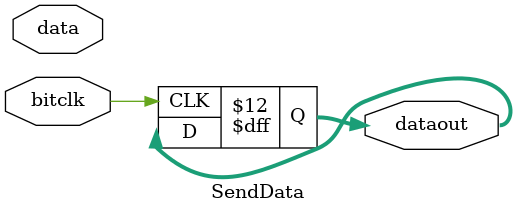
<source format=v>

module SerialCoincidence2(
    input clk,
    input TxD_start,
    input a,
    input b,
    output wire TxD,
    output reg TxD_done
);

parameter ClkFrequency = 50000000; //50MHz
parameter Baud = 9600;
parameter Oversampling = 1;
wire TxD_busy;
wire [7:0] AndData;
wire [7:0] TxD_data;

// Module to generate data (AND)
AndGate andinst(.clk(clk), .bitclk(BitTick), .inA(a), .inB(b), .data(AndData));
//
//
SendData sendinst(.bitclk(BitTick), .data(AndData), .dataout(TxD_data));

//Baud Tick Generator
wire BitTick;
BaudTickGen #(ClkFrequency, Baud, Oversampling) tickgen(.clk(clk), .enable(TxD_busy), .tick(BitTick));
//

reg [3:0] TxD_state = 0;
// wire [7:0] TxD_data = 0; 
// assign TxD_data = ResultChar;
assign TxD_ready = (TxD_state==0);
assign TxD_busy = ~TxD_ready;
reg [7:0] TxD_shift = 0;

always @(posedge clk)
begin
    if(TxD_ready & TxD_start) begin 
        TxD_shift <= TxD_data;
    // Data bits(byte) sending
    end else if(TxD_state[3] & BitTick) begin 
        TxD_shift <= (TxD_shift >> 1); 
    end // Input byte is sening in each clock cycle one by one
    case (TxD_state) // counting each bit
        4'b0000 : if(TxD_start) begin
            TxD_state <= 4'b0100;
            TxD_done<=0;
        end
        4'b0100:    if(BitTick) TxD_state <= 4'b1000;  // start bit
        4'b1000:    if(BitTick) TxD_state <= 4'b1001;  // bit 0
        4'b1001:    if(BitTick) TxD_state <= 4'b1010;  // bit 1
        4'b1010:    if(BitTick) TxD_state <= 4'b1011;  // bit 2
        4'b1011:    if(BitTick) TxD_state <= 4'b1100;  // bit 3
        4'b1100:    if(BitTick) TxD_state <= 4'b1101;  // bit 4
        4'b1101:    if(BitTick) TxD_state <= 4'b1110;  // bit 5
        4'b1110:    if(BitTick) TxD_state <= 4'b1111;  // bit 6
        4'b1111:    if(BitTick) TxD_state <= 4'b0010;  // bit 7 4'b0010:    if(BitTick) TxD_state <= 4'b0011;  // stop1
        4'b0011:    if(BitTick) begin// stop2
                        TxD_state <= 4'b0000;
                        TxD_done<=1; 
                    end
        default: if(BitTick) TxD_state <= 4'b0000;
    endcase
end

assign TxD = (TxD_state<4) | (TxD_state[3] & TxD_shift[0]); // put together the start, data and stop bits
endmodule

module BaudTickGen(
    input clk, 
    input enable,
    output tick  // generate a tick at the specified baud rate * oversampling
);
parameter ClkFrequency = 50000000;
parameter Baud = 9600;
parameter Oversampling = 1;

function     integer log2(input integer v);
                begin log2=0;
                while(v>>log2)
                                log2=log2+1;
                end
endfunction

localparam   AccWidth = log2(ClkFrequency/Baud)+8;
reg          [AccWidth:0] Acc = 0;
localparam   ShiftLimiter = log2(Baud*Oversampling >> (31-AccWidth));
localparam   Inc = ((Baud*Oversampling << (AccWidth-ShiftLimiter))+(ClkFrequency>>(ShiftLimiter+1)))/(ClkFrequency>>ShiftLimiter);

always @(posedge clk) begin
    if(enable) begin
    Acc <= Acc[AccWidth-1:0] + Inc[AccWidth:0]; 
    end else begin
    Acc <= Inc[AccWidth:0];
    end
end

assign tick = Acc[AccWidth];
endmodule

module AndGate(
	input clk,
	input bitclk,
	input inA,
	input inB,
	output reg [7:0] data
);

always @(posedge bitclk) begin
		// if (data == 122) begin
		//         data <= 48;
		// end else
		data <= data + 1;
end

endmodule


module SendData(
	input bitclk,
	input [7:0] data,
	output reg [7:0] dataout
);

reg increment = 0;

always @(posedge bitclk) begin
	if (increment == 11) begin
		dataout <= data + 1;
		increment <= 0;
	end
	else begin
		increment = increment + 1;
	end
end
endmodule

</source>
